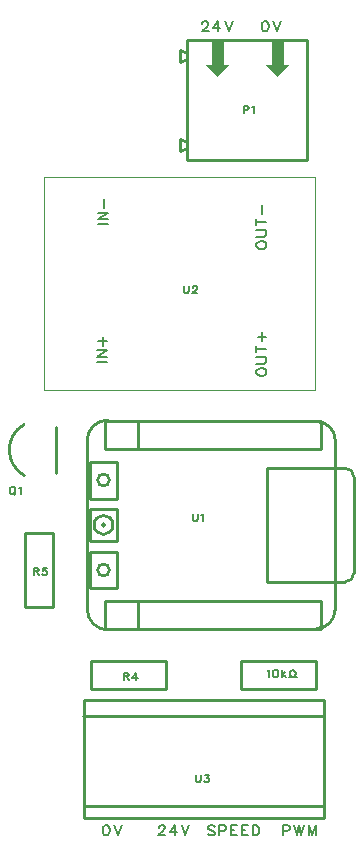
<source format=gto>
G04 Layer: TopSilkscreenLayer*
G04 EasyEDA Pro v2.2.40.8, 2025-09-14 15:16:37*
G04 Gerber Generator version 0.3*
G04 Scale: 100 percent, Rotated: No, Reflected: No*
G04 Dimensions in millimeters*
G04 Leading zeros omitted, absolute positions, 4 integers and 5 decimals*
G04 Generated by one-click*
%FSLAX45Y45*%
%MOMM*%
%ADD10C,0.203*%
%ADD11C,0.1524*%
%ADD12C,0.2032*%
%ADD13C,0.254*%
%ADD14C,0.1*%
%ADD15C,0.2032*%
G75*


G04 Text Start*
G54D10*
G01X1766824Y52578D02*
G01X1766824Y56642D01*
G01X1770888Y64770D01*
G01X1774952Y68834D01*
G01X1783080Y72898D01*
G01X1799336Y72898D01*
G01X1807210Y68834D01*
G01X1811274Y64770D01*
G01X1815338Y56642D01*
G01X1815338Y48514D01*
G01X1811274Y40386D01*
G01X1803400Y28194D01*
G01X1762760Y-12192D01*
G01X1819402Y-12192D01*
G01X1899666Y72898D02*
G01X1859280Y16002D01*
G01X1919986Y16002D01*
G01X1899666Y72898D02*
G01X1899666Y-12192D01*
G01X1959864Y72898D02*
G01X1992122Y-12192D01*
G01X2024634Y72898D02*
G01X1992122Y-12192D01*
G01X2295144Y72898D02*
G01X2282952Y68834D01*
G01X2274824Y56642D01*
G01X2270760Y36322D01*
G01X2270760Y24130D01*
G01X2274824Y3810D01*
G01X2282952Y-8128D01*
G01X2295144Y-12192D01*
G01X2303272Y-12192D01*
G01X2315210Y-8128D01*
G01X2323338Y3810D01*
G01X2327402Y24130D01*
G01X2327402Y36322D01*
G01X2323338Y56642D01*
G01X2315210Y68834D01*
G01X2303272Y72898D01*
G01X2295144Y72898D01*
G01X2367280Y72898D02*
G01X2399538Y-12192D01*
G01X2432050Y72898D02*
G01X2399538Y-12192D01*
G01X1398524Y-6754622D02*
G01X1398524Y-6750558D01*
G01X1402588Y-6742430D01*
G01X1406652Y-6738366D01*
G01X1414780Y-6734302D01*
G01X1431036Y-6734302D01*
G01X1438910Y-6738366D01*
G01X1442974Y-6742430D01*
G01X1447038Y-6750558D01*
G01X1447038Y-6758686D01*
G01X1442974Y-6766814D01*
G01X1435100Y-6779006D01*
G01X1394460Y-6819392D01*
G01X1451102Y-6819392D01*
G01X1531366Y-6734302D02*
G01X1490980Y-6791198D01*
G01X1551686Y-6791198D01*
G01X1531366Y-6734302D02*
G01X1531366Y-6819392D01*
G01X1591564Y-6734302D02*
G01X1623822Y-6819392D01*
G01X1656334Y-6734302D02*
G01X1623822Y-6819392D01*
G01X948944Y-6734302D02*
G01X936752Y-6738366D01*
G01X928624Y-6750558D01*
G01X924560Y-6770878D01*
G01X924560Y-6783070D01*
G01X928624Y-6803390D01*
G01X936752Y-6815328D01*
G01X948944Y-6819392D01*
G01X957072Y-6819392D01*
G01X969010Y-6815328D01*
G01X977138Y-6803390D01*
G01X981202Y-6783070D01*
G01X981202Y-6770878D01*
G01X977138Y-6750558D01*
G01X969010Y-6738366D01*
G01X957072Y-6734302D01*
G01X948944Y-6734302D01*
G01X1021080Y-6734302D02*
G01X1053338Y-6819392D01*
G01X1085850Y-6734302D02*
G01X1053338Y-6819392D01*
G01X2448560Y-6734302D02*
G01X2448560Y-6819392D01*
G01X2448560Y-6734302D02*
G01X2485136Y-6734302D01*
G01X2497074Y-6738366D01*
G01X2501138Y-6742430D01*
G01X2505202Y-6750558D01*
G01X2505202Y-6762750D01*
G01X2501138Y-6770878D01*
G01X2497074Y-6774942D01*
G01X2485136Y-6779006D01*
G01X2448560Y-6779006D01*
G01X2545080Y-6734302D02*
G01X2565146Y-6819392D01*
G01X2585466Y-6734302D02*
G01X2565146Y-6819392D01*
G01X2585466Y-6734302D02*
G01X2605786Y-6819392D01*
G01X2626106Y-6734302D02*
G01X2605786Y-6819392D01*
G01X2665984Y-6734302D02*
G01X2665984Y-6819392D01*
G01X2665984Y-6734302D02*
G01X2698242Y-6819392D01*
G01X2730754Y-6734302D02*
G01X2698242Y-6819392D01*
G01X2730754Y-6734302D02*
G01X2730754Y-6819392D01*
G01X1870202Y-6746494D02*
G01X1862074Y-6738366D01*
G01X1850136Y-6734302D01*
G01X1833880Y-6734302D01*
G01X1821688Y-6738366D01*
G01X1813560Y-6746494D01*
G01X1813560Y-6754622D01*
G01X1817624Y-6762750D01*
G01X1821688Y-6766814D01*
G01X1829816Y-6770878D01*
G01X1854200Y-6779006D01*
G01X1862074Y-6783070D01*
G01X1866138Y-6787134D01*
G01X1870202Y-6795262D01*
G01X1870202Y-6807200D01*
G01X1862074Y-6815328D01*
G01X1850136Y-6819392D01*
G01X1833880Y-6819392D01*
G01X1821688Y-6815328D01*
G01X1813560Y-6807200D01*
G01X1910080Y-6734302D02*
G01X1910080Y-6819392D01*
G01X1910080Y-6734302D02*
G01X1946402Y-6734302D01*
G01X1958594Y-6738366D01*
G01X1962658Y-6742430D01*
G01X1966722Y-6750558D01*
G01X1966722Y-6762750D01*
G01X1962658Y-6770878D01*
G01X1958594Y-6774942D01*
G01X1946402Y-6779006D01*
G01X1910080Y-6779006D01*
G01X2006600Y-6734302D02*
G01X2006600Y-6819392D01*
G01X2006600Y-6734302D02*
G01X2059178Y-6734302D01*
G01X2006600Y-6774942D02*
G01X2038858Y-6774942D01*
G01X2006600Y-6819392D02*
G01X2059178Y-6819392D01*
G01X2099056Y-6734302D02*
G01X2099056Y-6819392D01*
G01X2099056Y-6734302D02*
G01X2151634Y-6734302D01*
G01X2099056Y-6774942D02*
G01X2131314Y-6774942D01*
G01X2099056Y-6819392D02*
G01X2151634Y-6819392D01*
G01X2191512Y-6734302D02*
G01X2191512Y-6819392D01*
G01X2191512Y-6734302D02*
G01X2219706Y-6734302D01*
G01X2231898Y-6738366D01*
G01X2240026Y-6746494D01*
G01X2244090Y-6754622D01*
G01X2248154Y-6766814D01*
G01X2248154Y-6787134D01*
G01X2244090Y-6799326D01*
G01X2240026Y-6807200D01*
G01X2231898Y-6815328D01*
G01X2219706Y-6819392D01*
G01X2191512Y-6819392D01*
G54D11*
G01X2115820Y-642366D02*
G01X2115820Y-707390D01*
G01X2115820Y-642366D02*
G01X2143760Y-642366D01*
G01X2152904Y-645414D01*
G01X2155952Y-648462D01*
G01X2159254Y-654812D01*
G01X2159254Y-663956D01*
G01X2155952Y-670052D01*
G01X2152904Y-673354D01*
G01X2143760Y-676402D01*
G01X2115820Y-676402D01*
G01X2189480Y-654812D02*
G01X2195576Y-651510D01*
G01X2204720Y-642366D01*
G01X2204720Y-707390D01*
G01X153162Y-3868166D02*
G01X147066Y-3871214D01*
G01X140716Y-3877310D01*
G01X137668Y-3883660D01*
G01X134620Y-3892804D01*
G01X134620Y-3908298D01*
G01X137668Y-3917696D01*
G01X140716Y-3923792D01*
G01X147066Y-3930142D01*
G01X153162Y-3933190D01*
G01X165608Y-3933190D01*
G01X171704Y-3930142D01*
G01X178054Y-3923792D01*
G01X181102Y-3917696D01*
G01X184150Y-3908298D01*
G01X184150Y-3892804D01*
G01X181102Y-3883660D01*
G01X178054Y-3877310D01*
G01X171704Y-3871214D01*
G01X165608Y-3868166D01*
G01X153162Y-3868166D01*
G01X162560Y-3920744D02*
G01X181102Y-3939286D01*
G01X214376Y-3880612D02*
G01X220472Y-3877310D01*
G01X229616Y-3868166D01*
G01X229616Y-3933190D01*
G01X1099820Y-5442966D02*
G01X1099820Y-5507990D01*
G01X1099820Y-5442966D02*
G01X1127760Y-5442966D01*
G01X1136904Y-5446014D01*
G01X1139952Y-5449062D01*
G01X1143254Y-5455412D01*
G01X1143254Y-5461508D01*
G01X1139952Y-5467604D01*
G01X1136904Y-5470652D01*
G01X1127760Y-5473954D01*
G01X1099820Y-5473954D01*
G01X1121410Y-5473954D02*
G01X1143254Y-5507990D01*
G01X1204214Y-5442966D02*
G01X1173480Y-5486146D01*
G01X1219708Y-5486146D01*
G01X1204214Y-5442966D02*
G01X1204214Y-5507990D01*
G01X337820Y-4553966D02*
G01X337820Y-4618990D01*
G01X337820Y-4553966D02*
G01X365760Y-4553966D01*
G01X374904Y-4557014D01*
G01X377952Y-4560062D01*
G01X381254Y-4566412D01*
G01X381254Y-4572508D01*
G01X377952Y-4578604D01*
G01X374904Y-4581652D01*
G01X365760Y-4584954D01*
G01X337820Y-4584954D01*
G01X359410Y-4584954D02*
G01X381254Y-4618990D01*
G01X448564Y-4553966D02*
G01X417576Y-4553966D01*
G01X414528Y-4581652D01*
G01X417576Y-4578604D01*
G01X426720Y-4575556D01*
G01X436118Y-4575556D01*
G01X445516Y-4578604D01*
G01X451612Y-4584954D01*
G01X454660Y-4594098D01*
G01X454660Y-4600448D01*
G01X451612Y-4609592D01*
G01X445516Y-4615942D01*
G01X436118Y-4618990D01*
G01X426720Y-4618990D01*
G01X417576Y-4615942D01*
G01X414528Y-4612640D01*
G01X411480Y-4606544D01*
G01X2319020Y-5430012D02*
G01X2325116Y-5426710D01*
G01X2334514Y-5417566D01*
G01X2334514Y-5482590D01*
G01X2383282Y-5417566D02*
G01X2373884Y-5420614D01*
G01X2367788Y-5430012D01*
G01X2364740Y-5445252D01*
G01X2364740Y-5454650D01*
G01X2367788Y-5470144D01*
G01X2373884Y-5479542D01*
G01X2383282Y-5482590D01*
G01X2389378Y-5482590D01*
G01X2398776Y-5479542D01*
G01X2404872Y-5470144D01*
G01X2407920Y-5454650D01*
G01X2407920Y-5445252D01*
G01X2404872Y-5430012D01*
G01X2398776Y-5420614D01*
G01X2389378Y-5417566D01*
G01X2383282Y-5417566D01*
G01X2438146Y-5417566D02*
G01X2438146Y-5482590D01*
G01X2468880Y-5439156D02*
G01X2438146Y-5470144D01*
G01X2450338Y-5457698D02*
G01X2472182Y-5482590D01*
G01X2502408Y-5482590D02*
G01X2523998Y-5482590D01*
G01X2517648Y-5473192D01*
G01X2511552Y-5464048D01*
G01X2508504Y-5454650D01*
G01X2508504Y-5445252D01*
G01X2511552Y-5436108D01*
G01X2514600Y-5430012D01*
G01X2520950Y-5423662D01*
G01X2527046Y-5420614D01*
G01X2539492Y-5420614D01*
G01X2545588Y-5423662D01*
G01X2551938Y-5430012D01*
G01X2554986Y-5436108D01*
G01X2558034Y-5445252D01*
G01X2558034Y-5454650D01*
G01X2554986Y-5464048D01*
G01X2548636Y-5473192D01*
G01X2542540Y-5482590D01*
G01X2564130Y-5482590D01*
G01X1684020Y-4096766D02*
G01X1684020Y-4143248D01*
G01X1687068Y-4152392D01*
G01X1693418Y-4158742D01*
G01X1702562Y-4161790D01*
G01X1708912Y-4161790D01*
G01X1718056Y-4158742D01*
G01X1724152Y-4152392D01*
G01X1727454Y-4143248D01*
G01X1727454Y-4096766D01*
G01X1757680Y-4109212D02*
G01X1763776Y-4105910D01*
G01X1772920Y-4096766D01*
G01X1772920Y-4161790D01*
G54D12*
G01X874497Y-2809697D02*
G01X959587Y-2809697D01*
G01X874497Y-2769819D02*
G01X959587Y-2769819D01*
G01X874497Y-2769819D02*
G01X959587Y-2713177D01*
G01X874497Y-2713177D02*
G01X959587Y-2713177D01*
G01X886689Y-2636977D02*
G01X959587Y-2636977D01*
G01X923265Y-2673299D02*
G01X923265Y-2600401D01*
G01X2224354Y-2905201D02*
G01X2228418Y-2913329D01*
G01X2236546Y-2921457D01*
G01X2244674Y-2925521D01*
G01X2256866Y-2929585D01*
G01X2277186Y-2929585D01*
G01X2289378Y-2925521D01*
G01X2297252Y-2921457D01*
G01X2305380Y-2913329D01*
G01X2309444Y-2905201D01*
G01X2309444Y-2888945D01*
G01X2305380Y-2881071D01*
G01X2297252Y-2872943D01*
G01X2289378Y-2868879D01*
G01X2277186Y-2864815D01*
G01X2256866Y-2864815D01*
G01X2244674Y-2868879D01*
G01X2236546Y-2872943D01*
G01X2228418Y-2881071D01*
G01X2224354Y-2888945D01*
G01X2224354Y-2905201D01*
G01X2224354Y-2824937D02*
G01X2285314Y-2824937D01*
G01X2297252Y-2820873D01*
G01X2305380Y-2812999D01*
G01X2309444Y-2800807D01*
G01X2309444Y-2792679D01*
G01X2305380Y-2780487D01*
G01X2297252Y-2772359D01*
G01X2285314Y-2768295D01*
G01X2224354Y-2768295D01*
G01X2224354Y-2700223D02*
G01X2309444Y-2700223D01*
G01X2224354Y-2728417D02*
G01X2224354Y-2671775D01*
G01X2236546Y-2595575D02*
G01X2309444Y-2595575D01*
G01X2273122Y-2631897D02*
G01X2273122Y-2558999D01*
G01X2224456Y-1830299D02*
G01X2228520Y-1838427D01*
G01X2236648Y-1846555D01*
G01X2244776Y-1850619D01*
G01X2256968Y-1854683D01*
G01X2277288Y-1854683D01*
G01X2289480Y-1850619D01*
G01X2297354Y-1846555D01*
G01X2305482Y-1838427D01*
G01X2309546Y-1830299D01*
G01X2309546Y-1814043D01*
G01X2305482Y-1806169D01*
G01X2297354Y-1798041D01*
G01X2289480Y-1793977D01*
G01X2277288Y-1789913D01*
G01X2256968Y-1789913D01*
G01X2244776Y-1793977D01*
G01X2236648Y-1798041D01*
G01X2228520Y-1806169D01*
G01X2224456Y-1814043D01*
G01X2224456Y-1830299D01*
G01X2224456Y-1750035D02*
G01X2285416Y-1750035D01*
G01X2297354Y-1745971D01*
G01X2305482Y-1738097D01*
G01X2309546Y-1725905D01*
G01X2309546Y-1717777D01*
G01X2305482Y-1705585D01*
G01X2297354Y-1697457D01*
G01X2285416Y-1693393D01*
G01X2224456Y-1693393D01*
G01X2224456Y-1625321D02*
G01X2309546Y-1625321D01*
G01X2224456Y-1653515D02*
G01X2224456Y-1596873D01*
G01X2273224Y-1556995D02*
G01X2273224Y-1484097D01*
G01X884352Y-1644599D02*
G01X969442Y-1644599D01*
G01X884352Y-1604721D02*
G01X969442Y-1604721D01*
G01X884352Y-1604721D02*
G01X969442Y-1548079D01*
G01X884352Y-1548079D02*
G01X969442Y-1548079D01*
G01X933120Y-1508201D02*
G01X933120Y-1435303D01*
G54D11*
G01X1607820Y-2166366D02*
G01X1607820Y-2212848D01*
G01X1610868Y-2221992D01*
G01X1617218Y-2228342D01*
G01X1626362Y-2231390D01*
G01X1632712Y-2231390D01*
G01X1641856Y-2228342D01*
G01X1647952Y-2221992D01*
G01X1651254Y-2212848D01*
G01X1651254Y-2166366D01*
G01X1684528Y-2181860D02*
G01X1684528Y-2178812D01*
G01X1687576Y-2172462D01*
G01X1690624Y-2169414D01*
G01X1696720Y-2166366D01*
G01X1709166Y-2166366D01*
G01X1715516Y-2169414D01*
G01X1718564Y-2172462D01*
G01X1721612Y-2178812D01*
G01X1721612Y-2184908D01*
G01X1718564Y-2191004D01*
G01X1712214Y-2200402D01*
G01X1681480Y-2231390D01*
G01X1724660Y-2231390D01*
G01X1709420Y-6306566D02*
G01X1709420Y-6353048D01*
G01X1712468Y-6362192D01*
G01X1718818Y-6368542D01*
G01X1727962Y-6371590D01*
G01X1734312Y-6371590D01*
G01X1743456Y-6368542D01*
G01X1749552Y-6362192D01*
G01X1752854Y-6353048D01*
G01X1752854Y-6306566D01*
G01X1789176Y-6306566D02*
G01X1823212Y-6306566D01*
G01X1804670Y-6331204D01*
G01X1813814Y-6331204D01*
G01X1820164Y-6334252D01*
G01X1823212Y-6337554D01*
G01X1826260Y-6346698D01*
G01X1826260Y-6353048D01*
G01X1823212Y-6362192D01*
G01X1817116Y-6368542D01*
G01X1807718Y-6371590D01*
G01X1798320Y-6371590D01*
G01X1789176Y-6368542D01*
G01X1786128Y-6365240D01*
G01X1783080Y-6359144D01*
G04 Text End*

G04 PolygonModel Start*
G54D13*
G01X2654300Y-83947D02*
G01X1640916Y-83947D01*
G01X1578300Y-1022701D02*
G01X1638300Y-997697D01*
G01X1578300Y-922701D02*
G01X1578300Y-1022701D01*
G01X1638300Y-947707D02*
G01X1578300Y-922701D01*
G01X1638300Y-197698D02*
G01X1578300Y-172700D01*
G01X1578300Y-172700D02*
G01X1578300Y-272702D01*
G01X1578300Y-272702D02*
G01X1638300Y-247711D01*
G01X2654300Y-1099947D02*
G01X1640916Y-1099947D01*
G01X2654300Y-1099947D02*
G01X2654300Y-83947D01*
G01X1638300Y-1099693D02*
G01X1638300Y-83693D01*
G36*
G01X1846301Y-97701D02*
G01X1946300Y-97701D01*
G01X1946300Y-297701D01*
G01X1996300Y-297701D01*
G01X1896301Y-397700D01*
G01X1796301Y-297701D01*
G01X1846301Y-297701D01*
G01X1846301Y-97701D01*
G37*
G36*
G01X2354301Y-97701D02*
G01X2454300Y-97701D01*
G01X2454300Y-297701D01*
G01X2504300Y-297701D01*
G01X2404301Y-397700D01*
G01X2304301Y-297701D01*
G01X2354301Y-297701D01*
G01X2354301Y-97701D01*
G37*
G01X530987Y-3358007D02*
G01X530987Y-3753993D01*
G01X255016Y-3341624D02*
G03X259855Y-3773147I125982J-214376D01*
G01X1457960Y-5341620D02*
G01X1457960Y-5580380D01*
G01X1457960Y-5580380D02*
G01X828040Y-5580380D01*
G01X828040Y-5580380D02*
G01X828040Y-5341620D01*
G01X828040Y-5341620D02*
G01X1457960Y-5341620D01*
G01X261620Y-4257040D02*
G01X500380Y-4257040D01*
G01X500380Y-4257040D02*
G01X500380Y-4886960D01*
G01X500380Y-4886960D02*
G01X261620Y-4886960D01*
G01X261620Y-4886960D02*
G01X261620Y-4257040D01*
G01X2727960Y-5341620D02*
G01X2727960Y-5580380D01*
G01X2727960Y-5580380D02*
G01X2098040Y-5580380D01*
G01X2098040Y-5580380D02*
G01X2098040Y-5341620D01*
G01X2098040Y-5341620D02*
G01X2727960Y-5341620D01*
G01X2890520Y-4671057D02*
G01X2313534Y-4671002D01*
G01X2313534Y-4671002D02*
G01X2313534Y-3710986D01*
G01X2313534Y-3710986D02*
G01X2890520Y-3710935D01*
G01X791126Y-4890994D02*
G01X791126Y-3490999D01*
G01X2891122Y-4890994D02*
G01X2891122Y-3490999D01*
G01X791126Y-3490999D02*
G01X791126Y-3478609D01*
G01X791126Y-4890994D02*
G01X791126Y-4903384D01*
G01X2891122Y-3490999D02*
G01X2891122Y-3472779D01*
G01X2891122Y-4890994D02*
G01X2891122Y-4909213D01*
G01X2890520Y-3710935D02*
G01X2976877Y-3710935D01*
G01X3050543Y-3784595D02*
G01X3050543Y-4597395D01*
G01X2974343Y-4673595D02*
G01X2893063Y-4673595D01*
G01X2893060Y-4673595D02*
G02X2890520Y-4671055I0J2540D01*
G01X3050540Y-4597395D02*
G02X2974340Y-4673595I-76200J0D01*
G01X2976880Y-3710935D02*
G02X3050540Y-3784595I0J-73660D01*
G01X2891125Y-4909210D02*
G02X2733040Y-5067295I-158085J0D01*
G01X2891125Y-3472779D02*
G03X2733040Y-3314695I-158085J0D01*
G01X791129Y-4903384D02*
G03X967740Y-5079995I176611J0D01*
G01X791129Y-3478606D02*
G02X967740Y-3301995I176611J0D01*
G01X1044270Y-4419600D02*
G01X1044270Y-4724400D01*
G01X815670Y-4724400D01*
G01X815670Y-4419600D01*
G01X1044270Y-4419600D01*
G01X1044270Y-4057650D02*
G01X1044270Y-4324350D01*
G01X815670Y-4324350D01*
G01X815670Y-4057650D01*
G01X1044270Y-4057650D01*
G01X1044270Y-3657600D02*
G01X1044270Y-3968750D01*
G01X815670Y-3968750D01*
G01X815670Y-3657600D01*
G01X1044270Y-3657600D01*
G54D14*
G01X422300Y-3044800D02*
G01X422300Y-1244803D01*
G01X2722296Y-1244803D01*
G01X2722296Y-3044800D01*
G01X422300Y-3044800D01*
G54D13*
G01X2288616Y-6671399D02*
G01X2796616Y-6671399D01*
G01X2290369Y-6574511D02*
G01X2796616Y-6574511D01*
G01X2283998Y-5811401D02*
G01X2796616Y-5811401D01*
G01X2288616Y-5673649D02*
G01X2796616Y-5673649D01*
G01X2796616Y-6673647D02*
G01X2796616Y-5673649D01*
G01X2288616Y-6671399D02*
G01X764616Y-6671399D01*
G01X2283998Y-5811401D02*
G01X759998Y-5811401D01*
G01X2288616Y-5671401D02*
G01X764616Y-5671401D01*
G01X764616Y-6674637D02*
G01X764616Y-5674639D01*
G01X2290369Y-6574511D02*
G01X766369Y-6574511D01*
G01X1219200Y-3314700D02*
G01X1219200Y-3543300D01*
G01X941197Y-3309010D02*
G01X2767203Y-3309010D01*
G01X2767203Y-3549015D01*
G01X941197Y-3549015D01*
G01X941197Y-3309010D01*
G01X1219200Y-4838700D02*
G01X1219200Y-5067300D01*
G01X941197Y-4833010D02*
G01X2767203Y-4833010D01*
G01X2767203Y-5073015D01*
G01X941197Y-5073015D01*
G01X941197Y-4833010D01*

G04 Circle Start*
G01X849960Y-4191000D02*
G03X1009980Y-4191000I80010J0D01*
G03X849960Y-4191000I-80010J0D01*
G01X879958Y-3810000D02*
G03X979983Y-3810000I50013J0D01*
G03X879958Y-3810000I-50013J0D01*
G01X879958Y-4572000D02*
G03X979983Y-4572000I50013J0D01*
G03X879958Y-4572000I-50013J0D01*
G01X917270Y-4191000D02*
G03X942670Y-4191000I12700J0D01*
G03X917270Y-4191000I-12700J0D01*
G04 Circle End*

M02*


</source>
